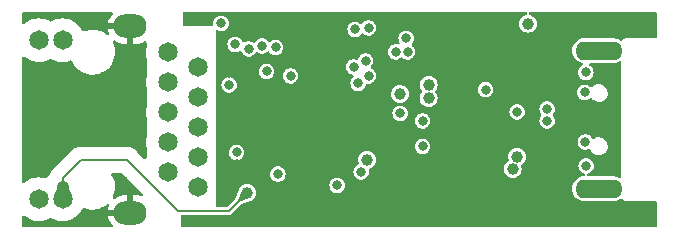
<source format=gbr>
%TF.GenerationSoftware,KiCad,Pcbnew,7.0.9-7.0.9~ubuntu22.04.1*%
%TF.CreationDate,2024-01-19T15:32:02+02:00*%
%TF.ProjectId,USB-GIGABIT_Rev_D,5553422d-4749-4474-9142-49545f526576,rev?*%
%TF.SameCoordinates,PX3473bc0PY4bd12e0*%
%TF.FileFunction,Copper,L2,Inr*%
%TF.FilePolarity,Positive*%
%FSLAX46Y46*%
G04 Gerber Fmt 4.6, Leading zero omitted, Abs format (unit mm)*
G04 Created by KiCad (PCBNEW 7.0.9-7.0.9~ubuntu22.04.1) date 2024-01-19 15:32:02*
%MOMM*%
%LPD*%
G01*
G04 APERTURE LIST*
%TA.AperFunction,ComponentPad*%
%ADD10O,4.000000X1.600000*%
%TD*%
%TA.AperFunction,ComponentPad*%
%ADD11C,1.650000*%
%TD*%
%TA.AperFunction,ComponentPad*%
%ADD12O,2.800000X2.000000*%
%TD*%
%TA.AperFunction,ComponentPad*%
%ADD13C,1.300000*%
%TD*%
%TA.AperFunction,ComponentPad*%
%ADD14C,1.800000*%
%TD*%
%TA.AperFunction,ViaPad*%
%ADD15C,1.000000*%
%TD*%
%TA.AperFunction,ViaPad*%
%ADD16C,0.800000*%
%TD*%
%TA.AperFunction,Conductor*%
%ADD17C,0.152400*%
%TD*%
%TA.AperFunction,Conductor*%
%ADD18C,1.016000*%
%TD*%
G04 APERTURE END LIST*
D10*
X49200000Y3650000D03*
X49200000Y15350000D03*
D11*
X12691500Y15215000D03*
X15231500Y13945000D03*
X12691500Y12675000D03*
X15231500Y11405000D03*
X12691500Y10135000D03*
X15231500Y8865000D03*
X12691500Y7595000D03*
X15231500Y6325000D03*
X12691500Y5055000D03*
X15231500Y3785000D03*
X3801500Y16231000D03*
X1769500Y16231000D03*
X3801500Y2769000D03*
X1769500Y2769000D03*
D12*
X9541500Y17400000D03*
X9541500Y1600000D03*
D13*
X27465988Y10694500D03*
X24265988Y10694500D03*
D14*
X25865988Y9094500D03*
D13*
X27465988Y7494500D03*
X24265988Y7494500D03*
D15*
X50000000Y17500000D03*
X21200000Y2157000D03*
D16*
X17212200Y17651000D03*
D15*
X3801000Y10666000D03*
X1388000Y7618000D03*
X1388000Y10666000D03*
X1388000Y13968000D03*
X6595000Y7872000D03*
X9389000Y10920000D03*
X9389000Y7872000D03*
X8881000Y4189000D03*
D16*
X18406000Y15873000D03*
X22724000Y18159000D03*
X24883000Y3554000D03*
D15*
X40758000Y10539000D03*
X43044000Y14984000D03*
X42155000Y8507000D03*
X43679000Y16381000D03*
X37710000Y17270000D03*
D16*
X25899000Y14476000D03*
X17898000Y13460000D03*
D15*
X40758000Y12825000D03*
X38218000Y13460000D03*
X46854000Y1141000D03*
X44949000Y13206000D03*
X19295000Y1014000D03*
D16*
X21327000Y17778000D03*
X24883000Y4443000D03*
X18533000Y5713000D03*
X20311000Y14603000D03*
X19694500Y9142000D03*
D15*
X48759000Y8761000D03*
D16*
X33265000Y6475000D03*
D15*
X33392000Y12571000D03*
D16*
X31614000Y5078000D03*
X30217000Y16254000D03*
D15*
X22978000Y1014000D03*
X48759000Y10031000D03*
D16*
X34281000Y7237000D03*
X28566000Y17143000D03*
D15*
X29582000Y6104503D03*
X19422000Y3300000D03*
D16*
X21073000Y13587000D03*
D15*
X43195230Y17626770D03*
X32376000Y11682000D03*
D16*
X31995000Y15238000D03*
X39615000Y12044500D03*
X42282000Y10158000D03*
X27042000Y3935000D03*
X29455000Y14476000D03*
D15*
X34789000Y11301000D03*
D16*
X29074000Y5078000D03*
X17898000Y12444000D03*
X18533000Y6729000D03*
D15*
X34789000Y12444000D03*
D16*
X22033476Y4879524D03*
X21835000Y15619000D03*
X33011000Y15238000D03*
X28820000Y12571000D03*
X20692000Y15746000D03*
X23105000Y13206000D03*
X47997000Y11809000D03*
X48098600Y13500000D03*
D15*
X41901000Y5332000D03*
X42282000Y6348000D03*
D16*
X34281000Y9396000D03*
X29709000Y17270000D03*
X32376000Y10031000D03*
X44822000Y10412000D03*
X44822000Y9396000D03*
X48060108Y7618000D03*
X48124000Y5586000D03*
X32884000Y16381000D03*
X29709000Y13206000D03*
X28439000Y13968000D03*
X19549000Y15492000D03*
D17*
X3801500Y3808000D02*
X3801500Y4570500D01*
X3801500Y4570500D02*
X5325000Y6094000D01*
X5325000Y6094000D02*
X9262000Y6094000D01*
X9262000Y6094000D02*
X13580000Y1776000D01*
X13580000Y1776000D02*
X17898000Y1776000D01*
X17898000Y1776000D02*
X19422000Y3300000D01*
D18*
X3801500Y2769000D02*
X3801500Y3808000D01*
%TA.AperFunction,Conductor*%
G36*
X43082825Y18598498D02*
G01*
X43129318Y18544842D01*
X43139422Y18474568D01*
X43109928Y18409988D01*
X43050202Y18371604D01*
X43028820Y18367294D01*
X43026276Y18367007D01*
X43026273Y18367007D01*
X43026273Y18367006D01*
X42865792Y18310852D01*
X42865790Y18310851D01*
X42721830Y18220395D01*
X42721827Y18220393D01*
X42601607Y18100173D01*
X42601605Y18100170D01*
X42511149Y17956210D01*
X42511148Y17956208D01*
X42486743Y17886461D01*
X42454993Y17795724D01*
X42435956Y17626770D01*
X42454993Y17457816D01*
X42469789Y17415531D01*
X42511148Y17297333D01*
X42511149Y17297331D01*
X42601605Y17153371D01*
X42601607Y17153368D01*
X42721827Y17033148D01*
X42721830Y17033146D01*
X42865793Y16942688D01*
X43026276Y16886533D01*
X43195230Y16867496D01*
X43364184Y16886533D01*
X43524667Y16942688D01*
X43668630Y17033146D01*
X43788854Y17153370D01*
X43879312Y17297333D01*
X43935467Y17457816D01*
X43954504Y17626770D01*
X43935467Y17795724D01*
X43879312Y17956207D01*
X43788854Y18100170D01*
X43788852Y18100173D01*
X43668632Y18220393D01*
X43668629Y18220395D01*
X43524669Y18310851D01*
X43524667Y18310852D01*
X43364184Y18367007D01*
X43361645Y18367294D01*
X43360119Y18367935D01*
X43357286Y18368581D01*
X43357399Y18369078D01*
X43296195Y18394796D01*
X43256002Y18453320D01*
X43253831Y18524284D01*
X43290369Y18585156D01*
X43354018Y18616611D01*
X43375756Y18618500D01*
X53992500Y18618500D01*
X54060621Y18598498D01*
X54107114Y18544842D01*
X54118500Y18492500D01*
X54118500Y16507500D01*
X54098498Y16439379D01*
X54044842Y16392886D01*
X53992500Y16381500D01*
X51518390Y16381500D01*
X51513185Y16381715D01*
X51494057Y16383300D01*
X51468060Y16385454D01*
X51468059Y16385454D01*
X51424155Y16374337D01*
X51419065Y16373270D01*
X51402772Y16370551D01*
X51374417Y16365819D01*
X51374407Y16365816D01*
X51374043Y16365618D01*
X51345044Y16354303D01*
X51344636Y16354200D01*
X51306726Y16329434D01*
X51302254Y16326769D01*
X51262438Y16305221D01*
X51262433Y16305217D01*
X51262152Y16304911D01*
X51238398Y16284793D01*
X51238051Y16284567D01*
X51238044Y16284561D01*
X51210232Y16248828D01*
X51206867Y16244856D01*
X51186340Y16222556D01*
X51125488Y16185984D01*
X51054523Y16188117D01*
X51013707Y16210491D01*
X50988683Y16231027D01*
X50988681Y16231028D01*
X50988680Y16231029D01*
X50805492Y16328945D01*
X50684596Y16365618D01*
X50606718Y16389242D01*
X50606717Y16389243D01*
X50606711Y16389244D01*
X50451807Y16404500D01*
X50451801Y16404500D01*
X47948199Y16404500D01*
X47948192Y16404500D01*
X47793288Y16389244D01*
X47594507Y16328945D01*
X47411313Y16231026D01*
X47411313Y16231025D01*
X47250747Y16099253D01*
X47118975Y15938687D01*
X47118974Y15938687D01*
X47021055Y15755493D01*
X46960756Y15556712D01*
X46940398Y15350004D01*
X46940398Y15349997D01*
X46960756Y15143289D01*
X46960757Y15143283D01*
X46960758Y15143282D01*
X46976466Y15091500D01*
X47021055Y14944508D01*
X47118974Y14761314D01*
X47250747Y14600748D01*
X47411313Y14468976D01*
X47411313Y14468975D01*
X47453216Y14446578D01*
X47594508Y14371055D01*
X47778983Y14315096D01*
X47838363Y14276182D01*
X47867278Y14211341D01*
X47856548Y14141160D01*
X47809579Y14087921D01*
X47800962Y14082955D01*
X47724071Y14042600D01*
X47724069Y14042598D01*
X47605101Y13937200D01*
X47514815Y13806399D01*
X47514812Y13806393D01*
X47458449Y13657780D01*
X47439293Y13500004D01*
X47439293Y13499997D01*
X47458449Y13342221D01*
X47514812Y13193608D01*
X47514815Y13193602D01*
X47521279Y13184237D01*
X47605102Y13062799D01*
X47724071Y12957401D01*
X47724072Y12957401D01*
X47724074Y12957399D01*
X47771514Y12932501D01*
X47864807Y12883537D01*
X48019129Y12845500D01*
X48019130Y12845500D01*
X48178070Y12845500D01*
X48178071Y12845500D01*
X48332393Y12883537D01*
X48473129Y12957401D01*
X48592098Y13062799D01*
X48682387Y13193605D01*
X48738749Y13342218D01*
X48738749Y13342219D01*
X48738750Y13342221D01*
X48757907Y13499997D01*
X48757907Y13500004D01*
X48738750Y13657780D01*
X48725138Y13693669D01*
X48682387Y13806395D01*
X48592098Y13937201D01*
X48473129Y14042599D01*
X48473128Y14042600D01*
X48473125Y14042602D01*
X48443913Y14057933D01*
X48392890Y14107301D01*
X48376658Y14176417D01*
X48400370Y14243337D01*
X48456497Y14286814D01*
X48502468Y14295500D01*
X50451792Y14295500D01*
X50451801Y14295500D01*
X50539859Y14304174D01*
X50606711Y14310757D01*
X50606712Y14310758D01*
X50606718Y14310758D01*
X50805492Y14371055D01*
X50933106Y14439267D01*
X51002609Y14453738D01*
X51068906Y14428335D01*
X51110944Y14371122D01*
X51118500Y14328144D01*
X51118500Y4671857D01*
X51098498Y4603736D01*
X51044842Y4557243D01*
X50974568Y4547139D01*
X50933104Y4560735D01*
X50805492Y4628945D01*
X50664029Y4671857D01*
X50606718Y4689242D01*
X50606717Y4689243D01*
X50606711Y4689244D01*
X50451807Y4704500D01*
X50451801Y4704500D01*
X48320201Y4704500D01*
X48252080Y4724502D01*
X48205587Y4778158D01*
X48195483Y4848432D01*
X48224977Y4913012D01*
X48284703Y4951396D01*
X48290047Y4952839D01*
X48297522Y4954682D01*
X48357793Y4969537D01*
X48498529Y5043401D01*
X48617498Y5148799D01*
X48707787Y5279605D01*
X48764149Y5428218D01*
X48764149Y5428219D01*
X48764150Y5428221D01*
X48783307Y5585997D01*
X48783307Y5586004D01*
X48764150Y5743780D01*
X48729477Y5835204D01*
X48707787Y5892395D01*
X48617498Y6023201D01*
X48498529Y6128599D01*
X48498528Y6128600D01*
X48498525Y6128602D01*
X48357797Y6202461D01*
X48357795Y6202462D01*
X48357793Y6202463D01*
X48357791Y6202464D01*
X48357790Y6202464D01*
X48203472Y6240500D01*
X48203471Y6240500D01*
X48044529Y6240500D01*
X48044527Y6240500D01*
X47890209Y6202464D01*
X47890202Y6202461D01*
X47749474Y6128602D01*
X47749469Y6128598D01*
X47630501Y6023200D01*
X47540215Y5892399D01*
X47540212Y5892393D01*
X47483849Y5743780D01*
X47464693Y5586004D01*
X47464693Y5585997D01*
X47483849Y5428221D01*
X47511610Y5355024D01*
X47540213Y5279605D01*
X47630502Y5148799D01*
X47749471Y5043401D01*
X47749472Y5043401D01*
X47749474Y5043399D01*
X47813304Y5009899D01*
X47890207Y4969537D01*
X47962011Y4951839D01*
X48023365Y4916116D01*
X48055666Y4852893D01*
X48048659Y4782243D01*
X48004568Y4726597D01*
X47944207Y4704107D01*
X47793288Y4689244D01*
X47594507Y4628945D01*
X47411313Y4531026D01*
X47411313Y4531025D01*
X47250747Y4399253D01*
X47118975Y4238687D01*
X47118974Y4238687D01*
X47021055Y4055493D01*
X46960756Y3856712D01*
X46940398Y3650004D01*
X46940398Y3649997D01*
X46960756Y3443289D01*
X46960757Y3443283D01*
X46960758Y3443282D01*
X46981489Y3374940D01*
X47021055Y3244508D01*
X47118974Y3061314D01*
X47250747Y2900748D01*
X47411313Y2768976D01*
X47411313Y2768975D01*
X47432523Y2757638D01*
X47594508Y2671055D01*
X47793282Y2610758D01*
X47793286Y2610758D01*
X47793288Y2610757D01*
X47881340Y2602085D01*
X47948199Y2595500D01*
X47948208Y2595500D01*
X50451792Y2595500D01*
X50451801Y2595500D01*
X50539859Y2604174D01*
X50606711Y2610757D01*
X50606712Y2610758D01*
X50606718Y2610758D01*
X50805492Y2671055D01*
X50988683Y2768973D01*
X51011393Y2787612D01*
X51076740Y2815366D01*
X51146718Y2803385D01*
X51190762Y2767601D01*
X51194781Y2762437D01*
X51195070Y2762171D01*
X51215220Y2738380D01*
X51215438Y2738046D01*
X51215439Y2738045D01*
X51215440Y2738044D01*
X51251166Y2710238D01*
X51255141Y2706871D01*
X51280098Y2683897D01*
X51288454Y2676205D01*
X51288826Y2676042D01*
X51315594Y2660092D01*
X51315915Y2659842D01*
X51315918Y2659841D01*
X51358735Y2645142D01*
X51363573Y2643255D01*
X51405052Y2625060D01*
X51405292Y2625041D01*
X51405449Y2625027D01*
X51435962Y2618629D01*
X51436185Y2618553D01*
X51436339Y2618500D01*
X51481610Y2618500D01*
X51486815Y2618285D01*
X51489407Y2618071D01*
X51531940Y2614546D01*
X51532327Y2614644D01*
X51563258Y2618500D01*
X53992500Y2618500D01*
X54060621Y2598498D01*
X54107114Y2544842D01*
X54118500Y2492500D01*
X54118500Y507500D01*
X54098498Y439379D01*
X54044842Y392886D01*
X53992500Y381500D01*
X13960000Y381500D01*
X13891879Y401502D01*
X13845386Y455158D01*
X13834000Y507500D01*
X13834000Y1319300D01*
X13854002Y1387421D01*
X13907658Y1433914D01*
X13960000Y1445300D01*
X17880801Y1445300D01*
X17886293Y1445060D01*
X17904177Y1443496D01*
X17927267Y1441476D01*
X17967010Y1452127D01*
X17972331Y1453306D01*
X18012851Y1460449D01*
X18012857Y1460453D01*
X18017995Y1462322D01*
X18034956Y1469348D01*
X18039912Y1471659D01*
X18039911Y1471659D01*
X18039916Y1471660D01*
X18073618Y1495260D01*
X18078229Y1498197D01*
X18113849Y1518761D01*
X18140301Y1550287D01*
X18143983Y1554305D01*
X18879638Y2289960D01*
X18926672Y2319636D01*
X19691389Y2590409D01*
X19694948Y2591769D01*
X19701163Y2594237D01*
X19707008Y2597299D01*
X19707090Y2597143D01*
X19729101Y2608103D01*
X19751437Y2615918D01*
X19895400Y2706376D01*
X20015624Y2826600D01*
X20106082Y2970563D01*
X20162237Y3131046D01*
X20181274Y3300000D01*
X20162237Y3468954D01*
X20106082Y3629437D01*
X20015624Y3773400D01*
X20015622Y3773403D01*
X19895402Y3893623D01*
X19895399Y3893625D01*
X19829556Y3934997D01*
X26382693Y3934997D01*
X26401849Y3777221D01*
X26433656Y3693356D01*
X26458213Y3628605D01*
X26548502Y3497799D01*
X26667471Y3392401D01*
X26667472Y3392401D01*
X26667474Y3392399D01*
X26680707Y3385454D01*
X26808207Y3318537D01*
X26962529Y3280500D01*
X26962530Y3280500D01*
X27121470Y3280500D01*
X27121471Y3280500D01*
X27275793Y3318537D01*
X27416529Y3392401D01*
X27535498Y3497799D01*
X27625787Y3628605D01*
X27682149Y3777218D01*
X27682149Y3777219D01*
X27682150Y3777221D01*
X27701307Y3934997D01*
X27701307Y3935004D01*
X27682150Y4092780D01*
X27654626Y4165353D01*
X27625787Y4241395D01*
X27535498Y4372201D01*
X27416529Y4477599D01*
X27416528Y4477600D01*
X27416525Y4477602D01*
X27275797Y4551461D01*
X27275795Y4551462D01*
X27275793Y4551463D01*
X27275791Y4551464D01*
X27275790Y4551464D01*
X27121472Y4589500D01*
X27121471Y4589500D01*
X26962529Y4589500D01*
X26962527Y4589500D01*
X26808209Y4551464D01*
X26808202Y4551461D01*
X26667474Y4477602D01*
X26667469Y4477598D01*
X26548501Y4372200D01*
X26458215Y4241399D01*
X26458212Y4241393D01*
X26401849Y4092780D01*
X26382693Y3935004D01*
X26382693Y3934997D01*
X19829556Y3934997D01*
X19751439Y3984081D01*
X19751437Y3984082D01*
X19590954Y4040237D01*
X19422000Y4059274D01*
X19253046Y4040237D01*
X19253043Y4040237D01*
X19253043Y4040236D01*
X19092562Y3984082D01*
X19092560Y3984081D01*
X18948600Y3893625D01*
X18948597Y3893623D01*
X18828377Y3773403D01*
X18828375Y3773400D01*
X18737917Y3629438D01*
X18737917Y3629437D01*
X18726464Y3596707D01*
X18715828Y3573914D01*
X18711337Y3566366D01*
X18711334Y3566358D01*
X18441634Y2804677D01*
X18411956Y2757638D01*
X17797925Y2143605D01*
X17735612Y2109580D01*
X17708829Y2106700D01*
X16881000Y2106700D01*
X16812879Y2126702D01*
X16766386Y2180358D01*
X16755000Y2232700D01*
X16755000Y4879521D01*
X21374169Y4879521D01*
X21393325Y4721745D01*
X21432186Y4619280D01*
X21449689Y4573129D01*
X21539978Y4442323D01*
X21658947Y4336925D01*
X21658948Y4336925D01*
X21658950Y4336923D01*
X21697926Y4316467D01*
X21799683Y4263061D01*
X21954005Y4225024D01*
X21954006Y4225024D01*
X22112946Y4225024D01*
X22112947Y4225024D01*
X22267269Y4263061D01*
X22408005Y4336925D01*
X22526974Y4442323D01*
X22617263Y4573129D01*
X22673625Y4721742D01*
X22673625Y4721743D01*
X22673626Y4721745D01*
X22692783Y4879521D01*
X22692783Y4879528D01*
X22673626Y5037304D01*
X22658193Y5077997D01*
X28414693Y5077997D01*
X28433849Y4920221D01*
X28482447Y4792081D01*
X28490213Y4771605D01*
X28580502Y4640799D01*
X28699471Y4535401D01*
X28699472Y4535401D01*
X28699474Y4535399D01*
X28709226Y4530281D01*
X28840207Y4461537D01*
X28994529Y4423500D01*
X28994530Y4423500D01*
X29153470Y4423500D01*
X29153471Y4423500D01*
X29307793Y4461537D01*
X29448529Y4535401D01*
X29567498Y4640799D01*
X29657787Y4771605D01*
X29714149Y4920218D01*
X29714149Y4920219D01*
X29714150Y4920221D01*
X29733307Y5077997D01*
X29733307Y5078004D01*
X29713231Y5243349D01*
X29715893Y5243673D01*
X29718457Y5301902D01*
X29739726Y5332000D01*
X41141726Y5332000D01*
X41160763Y5163046D01*
X41185673Y5091857D01*
X41216918Y5002563D01*
X41216919Y5002561D01*
X41307375Y4858601D01*
X41307377Y4858598D01*
X41427597Y4738378D01*
X41427600Y4738376D01*
X41571563Y4647918D01*
X41732046Y4591763D01*
X41901000Y4572726D01*
X42069954Y4591763D01*
X42230437Y4647918D01*
X42374400Y4738376D01*
X42494624Y4858600D01*
X42585082Y5002563D01*
X42641237Y5163046D01*
X42660274Y5332000D01*
X42641237Y5500954D01*
X42622306Y5555054D01*
X42618688Y5625957D01*
X42653977Y5687563D01*
X42674196Y5703353D01*
X42755400Y5754376D01*
X42875624Y5874600D01*
X42966082Y6018563D01*
X43022237Y6179046D01*
X43041274Y6348000D01*
X43022237Y6516954D01*
X42966082Y6677437D01*
X42875624Y6821400D01*
X42875622Y6821403D01*
X42755402Y6941623D01*
X42755399Y6941625D01*
X42611439Y7032081D01*
X42611437Y7032082D01*
X42601957Y7035399D01*
X42450954Y7088237D01*
X42282000Y7107274D01*
X42113046Y7088237D01*
X42113043Y7088237D01*
X42113043Y7088236D01*
X41952562Y7032082D01*
X41952560Y7032081D01*
X41808600Y6941625D01*
X41808597Y6941623D01*
X41688377Y6821403D01*
X41688375Y6821400D01*
X41597919Y6677440D01*
X41597918Y6677438D01*
X41549813Y6539961D01*
X41541763Y6516954D01*
X41531133Y6422608D01*
X41522726Y6348000D01*
X41541763Y6179046D01*
X41560693Y6124947D01*
X41564311Y6054042D01*
X41529021Y5992438D01*
X41508800Y5976646D01*
X41427596Y5925622D01*
X41307377Y5805403D01*
X41307375Y5805400D01*
X41216919Y5661440D01*
X41216918Y5661438D01*
X41168797Y5523913D01*
X41160763Y5500954D01*
X41141726Y5332000D01*
X29739726Y5332000D01*
X29759430Y5359882D01*
X29796053Y5380047D01*
X29911437Y5420421D01*
X30055400Y5510879D01*
X30175624Y5631103D01*
X30266082Y5775066D01*
X30322237Y5935549D01*
X30341274Y6104503D01*
X30322237Y6273457D01*
X30266082Y6433940D01*
X30175624Y6577903D01*
X30175622Y6577906D01*
X30055402Y6698126D01*
X30055399Y6698128D01*
X29911439Y6788584D01*
X29911437Y6788585D01*
X29817656Y6821400D01*
X29750954Y6844740D01*
X29582000Y6863777D01*
X29413046Y6844740D01*
X29413043Y6844740D01*
X29413043Y6844739D01*
X29252562Y6788585D01*
X29252560Y6788584D01*
X29108600Y6698128D01*
X29108597Y6698126D01*
X28988377Y6577906D01*
X28988375Y6577903D01*
X28897919Y6433943D01*
X28897918Y6433941D01*
X28848182Y6291801D01*
X28841763Y6273457D01*
X28822726Y6104503D01*
X28841763Y5935549D01*
X28863090Y5874600D01*
X28876875Y5835204D01*
X28880494Y5764300D01*
X28845205Y5702694D01*
X28816502Y5682022D01*
X28699471Y5620600D01*
X28699469Y5620598D01*
X28580501Y5515200D01*
X28490215Y5384399D01*
X28490212Y5384393D01*
X28433849Y5235780D01*
X28414693Y5078004D01*
X28414693Y5077997D01*
X22658193Y5077997D01*
X22635607Y5137550D01*
X22617263Y5185919D01*
X22526974Y5316725D01*
X22408005Y5422123D01*
X22408004Y5422124D01*
X22408001Y5422126D01*
X22267273Y5495985D01*
X22267271Y5495986D01*
X22267269Y5495987D01*
X22267267Y5495988D01*
X22267266Y5495988D01*
X22112948Y5534024D01*
X22112947Y5534024D01*
X21954005Y5534024D01*
X21954003Y5534024D01*
X21799685Y5495988D01*
X21799678Y5495985D01*
X21658950Y5422126D01*
X21658945Y5422122D01*
X21539977Y5316724D01*
X21449691Y5185923D01*
X21449688Y5185917D01*
X21393325Y5037304D01*
X21374169Y4879528D01*
X21374169Y4879521D01*
X16755000Y4879521D01*
X16755000Y6728997D01*
X17873693Y6728997D01*
X17892849Y6571221D01*
X17914263Y6514759D01*
X17949213Y6422605D01*
X18039502Y6291799D01*
X18158471Y6186401D01*
X18158472Y6186401D01*
X18158474Y6186399D01*
X18233200Y6147180D01*
X18299207Y6112537D01*
X18453529Y6074500D01*
X18453530Y6074500D01*
X18612470Y6074500D01*
X18612471Y6074500D01*
X18766793Y6112537D01*
X18907529Y6186401D01*
X19026498Y6291799D01*
X19116787Y6422605D01*
X19173149Y6571218D01*
X19173149Y6571219D01*
X19173150Y6571221D01*
X19192307Y6728997D01*
X19192307Y6729004D01*
X19173150Y6886780D01*
X19152350Y6941624D01*
X19116787Y7035395D01*
X19026498Y7166201D01*
X18946586Y7236997D01*
X33621693Y7236997D01*
X33640849Y7079221D01*
X33684737Y6963501D01*
X33697213Y6930605D01*
X33787502Y6799799D01*
X33906471Y6694401D01*
X33906472Y6694401D01*
X33906474Y6694399D01*
X33981200Y6655180D01*
X34047207Y6620537D01*
X34201529Y6582500D01*
X34201530Y6582500D01*
X34360470Y6582500D01*
X34360471Y6582500D01*
X34514793Y6620537D01*
X34655529Y6694401D01*
X34774498Y6799799D01*
X34864787Y6930605D01*
X34921149Y7079218D01*
X34921149Y7079219D01*
X34921150Y7079221D01*
X34940307Y7236997D01*
X34940307Y7237004D01*
X34921150Y7394780D01*
X34896331Y7460221D01*
X34864787Y7543395D01*
X34813293Y7617997D01*
X47400801Y7617997D01*
X47419957Y7460221D01*
X47463480Y7345464D01*
X47476321Y7311605D01*
X47566610Y7180799D01*
X47685579Y7075401D01*
X47685580Y7075401D01*
X47685582Y7075399D01*
X47760308Y7036180D01*
X47826315Y7001537D01*
X47980637Y6963500D01*
X47980638Y6963500D01*
X48139578Y6963500D01*
X48139579Y6963500D01*
X48293901Y7001537D01*
X48333266Y7022198D01*
X48402877Y7036145D01*
X48468980Y7010243D01*
X48507516Y6960537D01*
X48545623Y6872195D01*
X48545623Y6872194D01*
X48650387Y6731473D01*
X48650389Y6731472D01*
X48650390Y6731470D01*
X48690125Y6698128D01*
X48784784Y6618699D01*
X48784786Y6618698D01*
X48941567Y6539960D01*
X49112279Y6499500D01*
X49112281Y6499500D01*
X49243712Y6499500D01*
X49341618Y6510945D01*
X49374255Y6514759D01*
X49539117Y6574763D01*
X49685696Y6671170D01*
X49806092Y6798782D01*
X49893812Y6950719D01*
X49944130Y7118790D01*
X49954331Y7293935D01*
X49923865Y7466711D01*
X49854377Y7627804D01*
X49854376Y7627805D01*
X49854375Y7627808D01*
X49749612Y7768528D01*
X49736419Y7779598D01*
X49708530Y7803000D01*
X49615215Y7881302D01*
X49458434Y7960040D01*
X49401529Y7973527D01*
X49287721Y8000500D01*
X49156291Y8000500D01*
X49156288Y8000500D01*
X49025745Y7985242D01*
X49025743Y7985241D01*
X48860887Y7925239D01*
X48860880Y7925236D01*
X48814188Y7894525D01*
X48746282Y7873804D01*
X48677954Y7893085D01*
X48641254Y7928221D01*
X48553607Y8055200D01*
X48434638Y8160598D01*
X48434633Y8160602D01*
X48293905Y8234461D01*
X48293903Y8234462D01*
X48293901Y8234463D01*
X48293899Y8234464D01*
X48293898Y8234464D01*
X48139580Y8272500D01*
X48139579Y8272500D01*
X47980637Y8272500D01*
X47980635Y8272500D01*
X47826317Y8234464D01*
X47826310Y8234461D01*
X47685582Y8160602D01*
X47685577Y8160598D01*
X47566609Y8055200D01*
X47476323Y7924399D01*
X47476320Y7924393D01*
X47419957Y7775780D01*
X47400801Y7618004D01*
X47400801Y7617997D01*
X34813293Y7617997D01*
X34774498Y7674201D01*
X34655529Y7779599D01*
X34655528Y7779600D01*
X34655525Y7779602D01*
X34514797Y7853461D01*
X34514795Y7853462D01*
X34514793Y7853463D01*
X34514791Y7853464D01*
X34514790Y7853464D01*
X34360472Y7891500D01*
X34360471Y7891500D01*
X34201529Y7891500D01*
X34201527Y7891500D01*
X34047209Y7853464D01*
X34047202Y7853461D01*
X33906474Y7779602D01*
X33906469Y7779598D01*
X33787501Y7674200D01*
X33697215Y7543399D01*
X33697212Y7543393D01*
X33640849Y7394780D01*
X33621693Y7237004D01*
X33621693Y7236997D01*
X18946586Y7236997D01*
X18907529Y7271599D01*
X18907528Y7271600D01*
X18907525Y7271602D01*
X18766797Y7345461D01*
X18766795Y7345462D01*
X18766793Y7345463D01*
X18766791Y7345464D01*
X18766790Y7345464D01*
X18612472Y7383500D01*
X18612471Y7383500D01*
X18453529Y7383500D01*
X18453527Y7383500D01*
X18299209Y7345464D01*
X18299202Y7345461D01*
X18158474Y7271602D01*
X18158469Y7271598D01*
X18039501Y7166200D01*
X17949215Y7035399D01*
X17949212Y7035393D01*
X17892849Y6886780D01*
X17873693Y6729004D01*
X17873693Y6728997D01*
X16755000Y6728997D01*
X16755000Y10030997D01*
X31716693Y10030997D01*
X31735849Y9873221D01*
X31751322Y9832424D01*
X31792213Y9724605D01*
X31882502Y9593799D01*
X32001471Y9488401D01*
X32001472Y9488401D01*
X32001474Y9488399D01*
X32076200Y9449180D01*
X32142207Y9414537D01*
X32296529Y9376500D01*
X32296530Y9376500D01*
X32455470Y9376500D01*
X32455471Y9376500D01*
X32534573Y9395997D01*
X33621693Y9395997D01*
X33640849Y9238221D01*
X33689447Y9110081D01*
X33697213Y9089605D01*
X33787502Y8958799D01*
X33906471Y8853401D01*
X33906472Y8853401D01*
X33906474Y8853399D01*
X33981200Y8814180D01*
X34047207Y8779537D01*
X34201529Y8741500D01*
X34201530Y8741500D01*
X34360470Y8741500D01*
X34360471Y8741500D01*
X34514793Y8779537D01*
X34655529Y8853401D01*
X34774498Y8958799D01*
X34864787Y9089605D01*
X34921149Y9238218D01*
X34921149Y9238219D01*
X34921150Y9238221D01*
X34940307Y9395997D01*
X44162693Y9395997D01*
X44181849Y9238221D01*
X44230447Y9110081D01*
X44238213Y9089605D01*
X44328502Y8958799D01*
X44447471Y8853401D01*
X44447472Y8853401D01*
X44447474Y8853399D01*
X44522200Y8814180D01*
X44588207Y8779537D01*
X44742529Y8741500D01*
X44742530Y8741500D01*
X44901470Y8741500D01*
X44901471Y8741500D01*
X45055793Y8779537D01*
X45196529Y8853401D01*
X45315498Y8958799D01*
X45405787Y9089605D01*
X45462149Y9238218D01*
X45462149Y9238219D01*
X45462150Y9238221D01*
X45481307Y9395997D01*
X45481307Y9396004D01*
X45462150Y9553780D01*
X45446972Y9593801D01*
X45405787Y9702395D01*
X45316033Y9832425D01*
X45293798Y9899848D01*
X45311545Y9968591D01*
X45316034Y9975576D01*
X45333043Y10000218D01*
X45405787Y10105605D01*
X45462149Y10254218D01*
X45462149Y10254219D01*
X45462150Y10254221D01*
X45481307Y10411997D01*
X45481307Y10412004D01*
X45462150Y10569780D01*
X45448538Y10605669D01*
X45405787Y10718395D01*
X45315498Y10849201D01*
X45196529Y10954599D01*
X45196528Y10954600D01*
X45196525Y10954602D01*
X45055797Y11028461D01*
X45055795Y11028462D01*
X45055793Y11028463D01*
X45055791Y11028464D01*
X45055790Y11028464D01*
X44901472Y11066500D01*
X44901471Y11066500D01*
X44742529Y11066500D01*
X44742527Y11066500D01*
X44588209Y11028464D01*
X44588202Y11028461D01*
X44447474Y10954602D01*
X44447469Y10954598D01*
X44328501Y10849200D01*
X44238215Y10718399D01*
X44238212Y10718393D01*
X44181849Y10569780D01*
X44162693Y10412004D01*
X44162693Y10411997D01*
X44181849Y10254221D01*
X44238212Y10105608D01*
X44238215Y10105602D01*
X44327965Y9975576D01*
X44350201Y9908151D01*
X44332454Y9839408D01*
X44327965Y9832424D01*
X44238215Y9702399D01*
X44238212Y9702393D01*
X44181849Y9553780D01*
X44162693Y9396004D01*
X44162693Y9395997D01*
X34940307Y9395997D01*
X34940307Y9396004D01*
X34921150Y9553780D01*
X34905972Y9593801D01*
X34864787Y9702395D01*
X34774498Y9833201D01*
X34655529Y9938599D01*
X34655528Y9938600D01*
X34655525Y9938602D01*
X34514797Y10012461D01*
X34514795Y10012462D01*
X34514793Y10012463D01*
X34514791Y10012464D01*
X34514790Y10012464D01*
X34360472Y10050500D01*
X34360471Y10050500D01*
X34201529Y10050500D01*
X34201527Y10050500D01*
X34047209Y10012464D01*
X34047202Y10012461D01*
X33906474Y9938602D01*
X33906469Y9938598D01*
X33787501Y9833200D01*
X33697215Y9702399D01*
X33697212Y9702393D01*
X33640849Y9553780D01*
X33621693Y9396004D01*
X33621693Y9395997D01*
X32534573Y9395997D01*
X32609793Y9414537D01*
X32750529Y9488401D01*
X32869498Y9593799D01*
X32959787Y9724605D01*
X33016149Y9873218D01*
X33016149Y9873219D01*
X33016150Y9873221D01*
X33035307Y10030997D01*
X33035307Y10031004D01*
X33019888Y10157997D01*
X41622693Y10157997D01*
X41641849Y10000221D01*
X41690015Y9873221D01*
X41698213Y9851605D01*
X41788502Y9720799D01*
X41907471Y9615401D01*
X41907472Y9615401D01*
X41907474Y9615399D01*
X41948626Y9593801D01*
X42048207Y9541537D01*
X42202529Y9503500D01*
X42202530Y9503500D01*
X42361470Y9503500D01*
X42361471Y9503500D01*
X42515793Y9541537D01*
X42656529Y9615401D01*
X42775498Y9720799D01*
X42865787Y9851605D01*
X42922149Y10000218D01*
X42922149Y10000219D01*
X42922150Y10000221D01*
X42941307Y10157997D01*
X42941307Y10158004D01*
X42922150Y10315780D01*
X42885656Y10412004D01*
X42865787Y10464395D01*
X42775498Y10595201D01*
X42656529Y10700599D01*
X42656528Y10700600D01*
X42656525Y10700602D01*
X42515797Y10774461D01*
X42515795Y10774462D01*
X42515793Y10774463D01*
X42515791Y10774464D01*
X42515790Y10774464D01*
X42361472Y10812500D01*
X42361471Y10812500D01*
X42202529Y10812500D01*
X42202527Y10812500D01*
X42048209Y10774464D01*
X42048202Y10774461D01*
X41907474Y10700602D01*
X41907469Y10700598D01*
X41788501Y10595200D01*
X41698215Y10464399D01*
X41698212Y10464393D01*
X41641849Y10315780D01*
X41622693Y10158004D01*
X41622693Y10157997D01*
X33019888Y10157997D01*
X33016150Y10188780D01*
X32991331Y10254221D01*
X32959787Y10337395D01*
X32869498Y10468201D01*
X32750529Y10573599D01*
X32750528Y10573600D01*
X32750525Y10573602D01*
X32609797Y10647461D01*
X32609795Y10647462D01*
X32609793Y10647463D01*
X32609791Y10647464D01*
X32609790Y10647464D01*
X32454240Y10685804D01*
X32392885Y10721528D01*
X32376209Y10754168D01*
X32352992Y10715488D01*
X32297759Y10685804D01*
X32142209Y10647464D01*
X32142202Y10647461D01*
X32001474Y10573602D01*
X32001469Y10573598D01*
X31882501Y10468200D01*
X31792215Y10337399D01*
X31792212Y10337393D01*
X31735849Y10188780D01*
X31716693Y10031004D01*
X31716693Y10030997D01*
X16755000Y10030997D01*
X16755000Y11682000D01*
X31616726Y11682000D01*
X31635763Y11513046D01*
X31665508Y11428040D01*
X31691918Y11352563D01*
X31691919Y11352561D01*
X31782375Y11208601D01*
X31782377Y11208598D01*
X31902597Y11088378D01*
X31902600Y11088376D01*
X32046563Y10997918D01*
X32207046Y10941763D01*
X32281715Y10933350D01*
X32347165Y10905847D01*
X32375208Y10865014D01*
X32411684Y10911047D01*
X32470282Y10933350D01*
X32544954Y10941763D01*
X32705437Y10997918D01*
X32849400Y11088376D01*
X32969624Y11208600D01*
X33027683Y11301000D01*
X34029726Y11301000D01*
X34048763Y11132046D01*
X34095695Y10997920D01*
X34104918Y10971563D01*
X34104919Y10971561D01*
X34195375Y10827601D01*
X34195377Y10827598D01*
X34315597Y10707378D01*
X34315600Y10707376D01*
X34459563Y10616918D01*
X34620046Y10560763D01*
X34789000Y10541726D01*
X34957954Y10560763D01*
X35118437Y10616918D01*
X35262400Y10707376D01*
X35382624Y10827600D01*
X35473082Y10971563D01*
X35529237Y11132046D01*
X35548274Y11301000D01*
X35529237Y11469954D01*
X35473082Y11630437D01*
X35382624Y11774400D01*
X35373620Y11783404D01*
X35339594Y11845712D01*
X35344657Y11916528D01*
X35373620Y11961597D01*
X35382624Y11970600D01*
X35429057Y12044497D01*
X38955693Y12044497D01*
X38974849Y11886721D01*
X39004327Y11808997D01*
X39031213Y11738105D01*
X39121502Y11607299D01*
X39240471Y11501901D01*
X39240472Y11501901D01*
X39240474Y11501899D01*
X39301335Y11469957D01*
X39381207Y11428037D01*
X39535529Y11390000D01*
X39535530Y11390000D01*
X39694470Y11390000D01*
X39694471Y11390000D01*
X39848793Y11428037D01*
X39989529Y11501901D01*
X40108498Y11607299D01*
X40198787Y11738105D01*
X40225673Y11808997D01*
X47337693Y11808997D01*
X47356849Y11651221D01*
X47413212Y11502608D01*
X47413215Y11502602D01*
X47413699Y11501901D01*
X47503502Y11371799D01*
X47622471Y11266401D01*
X47622472Y11266401D01*
X47622474Y11266399D01*
X47689023Y11231472D01*
X47763207Y11192537D01*
X47917529Y11154500D01*
X47917530Y11154500D01*
X48076470Y11154500D01*
X48076471Y11154500D01*
X48230793Y11192537D01*
X48371529Y11266401D01*
X48421199Y11310405D01*
X48485451Y11340607D01*
X48555832Y11331276D01*
X48605820Y11291337D01*
X48624381Y11266406D01*
X48650390Y11231470D01*
X48722253Y11171170D01*
X48784784Y11118699D01*
X48784786Y11118698D01*
X48941567Y11039960D01*
X49112279Y10999500D01*
X49112281Y10999500D01*
X49243712Y10999500D01*
X49341618Y11010945D01*
X49374255Y11014759D01*
X49539117Y11074763D01*
X49685696Y11171170D01*
X49806092Y11298782D01*
X49893812Y11450719D01*
X49944130Y11618790D01*
X49953193Y11774403D01*
X49954331Y11793932D01*
X49954330Y11793933D01*
X49954331Y11793935D01*
X49923865Y11966711D01*
X49854377Y12127804D01*
X49854376Y12127805D01*
X49854375Y12127808D01*
X49749612Y12268528D01*
X49741844Y12275046D01*
X49712357Y12299789D01*
X49615215Y12381302D01*
X49458434Y12460040D01*
X49367039Y12481701D01*
X49287721Y12500500D01*
X49156291Y12500500D01*
X49156288Y12500500D01*
X49025745Y12485242D01*
X49025743Y12485241D01*
X48860887Y12425239D01*
X48860874Y12425232D01*
X48714308Y12328834D01*
X48653742Y12264639D01*
X48592445Y12228817D01*
X48521512Y12231821D01*
X48478540Y12256795D01*
X48371530Y12351598D01*
X48371525Y12351602D01*
X48230797Y12425461D01*
X48230795Y12425462D01*
X48230793Y12425463D01*
X48230791Y12425464D01*
X48230790Y12425464D01*
X48076472Y12463500D01*
X48076471Y12463500D01*
X47917529Y12463500D01*
X47917527Y12463500D01*
X47763209Y12425464D01*
X47763202Y12425461D01*
X47622474Y12351602D01*
X47622469Y12351598D01*
X47503501Y12246200D01*
X47413215Y12115399D01*
X47413212Y12115393D01*
X47356849Y11966780D01*
X47337693Y11809004D01*
X47337693Y11808997D01*
X40225673Y11808997D01*
X40255149Y11886718D01*
X40255149Y11886719D01*
X40255150Y11886721D01*
X40274307Y12044497D01*
X40274307Y12044504D01*
X40255150Y12202280D01*
X40231513Y12264605D01*
X40198787Y12350895D01*
X40108498Y12481701D01*
X39989529Y12587099D01*
X39989528Y12587100D01*
X39989525Y12587102D01*
X39848797Y12660961D01*
X39848795Y12660962D01*
X39848793Y12660963D01*
X39848791Y12660964D01*
X39848790Y12660964D01*
X39694472Y12699000D01*
X39694471Y12699000D01*
X39535529Y12699000D01*
X39535527Y12699000D01*
X39381209Y12660964D01*
X39381202Y12660961D01*
X39240474Y12587102D01*
X39240469Y12587098D01*
X39121501Y12481700D01*
X39031215Y12350899D01*
X39031212Y12350893D01*
X38974849Y12202280D01*
X38955693Y12044504D01*
X38955693Y12044497D01*
X35429057Y12044497D01*
X35473082Y12114563D01*
X35529237Y12275046D01*
X35548274Y12444000D01*
X35529237Y12612954D01*
X35473082Y12773437D01*
X35382624Y12917400D01*
X35382622Y12917403D01*
X35262402Y13037623D01*
X35262399Y13037625D01*
X35118439Y13128081D01*
X35118437Y13128082D01*
X35038394Y13156090D01*
X34957954Y13184237D01*
X34789000Y13203274D01*
X34620046Y13184237D01*
X34620043Y13184237D01*
X34620043Y13184236D01*
X34459562Y13128082D01*
X34459560Y13128081D01*
X34315600Y13037625D01*
X34315597Y13037623D01*
X34195377Y12917403D01*
X34195375Y12917400D01*
X34104919Y12773440D01*
X34104918Y12773438D01*
X34066416Y12663403D01*
X34048763Y12612954D01*
X34029726Y12444000D01*
X34048763Y12275046D01*
X34058856Y12246201D01*
X34104918Y12114563D01*
X34104919Y12114561D01*
X34195375Y11970601D01*
X34195377Y11970598D01*
X34204380Y11961595D01*
X34238406Y11899283D01*
X34233341Y11828468D01*
X34204380Y11783405D01*
X34195377Y11774403D01*
X34195375Y11774400D01*
X34104919Y11630440D01*
X34104918Y11630438D01*
X34063841Y11513046D01*
X34048763Y11469954D01*
X34029726Y11301000D01*
X33027683Y11301000D01*
X33060082Y11352563D01*
X33116237Y11513046D01*
X33135274Y11682000D01*
X33116237Y11850954D01*
X33060082Y12011437D01*
X32969624Y12155400D01*
X32969622Y12155403D01*
X32849402Y12275623D01*
X32849399Y12275625D01*
X32705439Y12366081D01*
X32705437Y12366082D01*
X32661940Y12381302D01*
X32544954Y12422237D01*
X32376000Y12441274D01*
X32207046Y12422237D01*
X32207043Y12422237D01*
X32207043Y12422236D01*
X32046562Y12366082D01*
X32046560Y12366081D01*
X31902600Y12275625D01*
X31902597Y12275623D01*
X31782377Y12155403D01*
X31782375Y12155400D01*
X31691919Y12011440D01*
X31691918Y12011438D01*
X31672009Y11954540D01*
X31635763Y11850954D01*
X31616726Y11682000D01*
X16755000Y11682000D01*
X16755000Y12443997D01*
X17238693Y12443997D01*
X17257849Y12286221D01*
X17306447Y12158081D01*
X17314213Y12137605D01*
X17404502Y12006799D01*
X17523471Y11901401D01*
X17523472Y11901401D01*
X17523474Y11901399D01*
X17551441Y11886721D01*
X17664207Y11827537D01*
X17818529Y11789500D01*
X17818530Y11789500D01*
X17977470Y11789500D01*
X17977471Y11789500D01*
X18131793Y11827537D01*
X18272529Y11901401D01*
X18391498Y12006799D01*
X18481787Y12137605D01*
X18538149Y12286218D01*
X18538149Y12286219D01*
X18538150Y12286221D01*
X18557307Y12443997D01*
X18557307Y12444004D01*
X18538150Y12601780D01*
X18515704Y12660964D01*
X18481787Y12750395D01*
X18391498Y12881201D01*
X18272529Y12986599D01*
X18272528Y12986600D01*
X18272525Y12986602D01*
X18131797Y13060461D01*
X18131795Y13060462D01*
X18131793Y13060463D01*
X18131791Y13060464D01*
X18131790Y13060464D01*
X17977472Y13098500D01*
X17977471Y13098500D01*
X17818529Y13098500D01*
X17818527Y13098500D01*
X17664209Y13060464D01*
X17664202Y13060461D01*
X17523474Y12986602D01*
X17523469Y12986598D01*
X17404501Y12881200D01*
X17314215Y12750399D01*
X17314212Y12750393D01*
X17257849Y12601780D01*
X17238693Y12444004D01*
X17238693Y12443997D01*
X16755000Y12443997D01*
X16755000Y13586997D01*
X20413693Y13586997D01*
X20432849Y13429221D01*
X20465845Y13342221D01*
X20489213Y13280605D01*
X20579502Y13149799D01*
X20698471Y13044401D01*
X20698472Y13044401D01*
X20698474Y13044399D01*
X20711383Y13037624D01*
X20839207Y12970537D01*
X20993529Y12932500D01*
X20993530Y12932500D01*
X21152470Y12932500D01*
X21152471Y12932500D01*
X21306793Y12970537D01*
X21447529Y13044401D01*
X21566498Y13149799D01*
X21605289Y13205997D01*
X22445693Y13205997D01*
X22464849Y13048221D01*
X22499294Y12957399D01*
X22521213Y12899605D01*
X22611502Y12768799D01*
X22730471Y12663401D01*
X22730472Y12663401D01*
X22730474Y12663399D01*
X22805200Y12624180D01*
X22871207Y12589537D01*
X23025529Y12551500D01*
X23025530Y12551500D01*
X23184470Y12551500D01*
X23184471Y12551500D01*
X23338793Y12589537D01*
X23479529Y12663401D01*
X23598498Y12768799D01*
X23688787Y12899605D01*
X23745149Y13048218D01*
X23745149Y13048219D01*
X23745150Y13048221D01*
X23764307Y13205997D01*
X23764307Y13206004D01*
X23745150Y13363780D01*
X23731538Y13399669D01*
X23688787Y13512395D01*
X23598498Y13643201D01*
X23479529Y13748599D01*
X23479528Y13748600D01*
X23479525Y13748602D01*
X23338797Y13822461D01*
X23338795Y13822462D01*
X23338793Y13822463D01*
X23338791Y13822464D01*
X23338790Y13822464D01*
X23184472Y13860500D01*
X23184471Y13860500D01*
X23025529Y13860500D01*
X23025527Y13860500D01*
X22871209Y13822464D01*
X22871202Y13822461D01*
X22730474Y13748602D01*
X22730469Y13748598D01*
X22611501Y13643200D01*
X22521215Y13512399D01*
X22521212Y13512393D01*
X22464849Y13363780D01*
X22445693Y13206004D01*
X22445693Y13205997D01*
X21605289Y13205997D01*
X21656787Y13280605D01*
X21713149Y13429218D01*
X21713149Y13429219D01*
X21713150Y13429221D01*
X21732307Y13586997D01*
X21732307Y13587004D01*
X21713150Y13744780D01*
X21689782Y13806395D01*
X21656787Y13893395D01*
X21605293Y13967997D01*
X27779693Y13967997D01*
X27798849Y13810221D01*
X27847447Y13682081D01*
X27855213Y13661605D01*
X27945502Y13530799D01*
X28064471Y13425401D01*
X28064472Y13425401D01*
X28064474Y13425399D01*
X28139200Y13386180D01*
X28205207Y13351537D01*
X28359529Y13313500D01*
X28366929Y13311676D01*
X28366356Y13309353D01*
X28420823Y13285927D01*
X28460525Y13227069D01*
X28462103Y13156090D01*
X28425057Y13095525D01*
X28424003Y13094581D01*
X28326501Y13008200D01*
X28236215Y12877399D01*
X28236212Y12877393D01*
X28179849Y12728780D01*
X28160693Y12571004D01*
X28160693Y12570997D01*
X28179849Y12413221D01*
X28203487Y12350895D01*
X28236213Y12264605D01*
X28326502Y12133799D01*
X28445471Y12028401D01*
X28445472Y12028401D01*
X28445474Y12028399D01*
X28477787Y12011440D01*
X28586207Y11954537D01*
X28740529Y11916500D01*
X28740530Y11916500D01*
X28899470Y11916500D01*
X28899471Y11916500D01*
X29053793Y11954537D01*
X29194529Y12028401D01*
X29313498Y12133799D01*
X29403787Y12264605D01*
X29460149Y12413218D01*
X29464230Y12446830D01*
X29492295Y12512041D01*
X29551163Y12551728D01*
X29619467Y12553980D01*
X29629529Y12551500D01*
X29629530Y12551500D01*
X29788470Y12551500D01*
X29788471Y12551500D01*
X29942793Y12589537D01*
X30083529Y12663401D01*
X30202498Y12768799D01*
X30292787Y12899605D01*
X30349149Y13048218D01*
X30349149Y13048219D01*
X30349150Y13048221D01*
X30368307Y13205997D01*
X30368307Y13206004D01*
X30349150Y13363780D01*
X30335538Y13399669D01*
X30292787Y13512395D01*
X30202498Y13643201D01*
X30083529Y13748599D01*
X30083528Y13748600D01*
X29954660Y13816235D01*
X29903638Y13865603D01*
X29887406Y13934719D01*
X29911118Y14001639D01*
X29929657Y14022108D01*
X29948498Y14038799D01*
X30038787Y14169605D01*
X30095149Y14318218D01*
X30095149Y14318219D01*
X30095150Y14318221D01*
X30114307Y14475997D01*
X30114307Y14476004D01*
X30095150Y14633780D01*
X30081538Y14669669D01*
X30038787Y14782395D01*
X29948498Y14913201D01*
X29829529Y15018599D01*
X29829528Y15018600D01*
X29829525Y15018602D01*
X29688797Y15092461D01*
X29688795Y15092462D01*
X29688793Y15092463D01*
X29688791Y15092464D01*
X29688790Y15092464D01*
X29534472Y15130500D01*
X29534471Y15130500D01*
X29375529Y15130500D01*
X29375527Y15130500D01*
X29221209Y15092464D01*
X29221202Y15092461D01*
X29080474Y15018602D01*
X29080469Y15018598D01*
X28961501Y14913200D01*
X28871215Y14782399D01*
X28871209Y14782388D01*
X28825183Y14661030D01*
X28782324Y14604430D01*
X28715668Y14579985D01*
X28677219Y14583373D01*
X28518474Y14622500D01*
X28518471Y14622500D01*
X28359529Y14622500D01*
X28359527Y14622500D01*
X28205209Y14584464D01*
X28205202Y14584461D01*
X28064474Y14510602D01*
X28064469Y14510598D01*
X27945501Y14405200D01*
X27855215Y14274399D01*
X27855212Y14274393D01*
X27798849Y14125780D01*
X27779693Y13968004D01*
X27779693Y13967997D01*
X21605293Y13967997D01*
X21566498Y14024201D01*
X21447529Y14129599D01*
X21447528Y14129600D01*
X21447525Y14129602D01*
X21306797Y14203461D01*
X21306795Y14203462D01*
X21306793Y14203463D01*
X21306791Y14203464D01*
X21306790Y14203464D01*
X21152472Y14241500D01*
X21152471Y14241500D01*
X20993529Y14241500D01*
X20993527Y14241500D01*
X20839209Y14203464D01*
X20839202Y14203461D01*
X20698474Y14129602D01*
X20698469Y14129598D01*
X20579501Y14024200D01*
X20489215Y13893399D01*
X20489212Y13893393D01*
X20432849Y13744780D01*
X20413693Y13587004D01*
X20413693Y13586997D01*
X16755000Y13586997D01*
X16755000Y15872997D01*
X17746693Y15872997D01*
X17765849Y15715221D01*
X17822212Y15566608D01*
X17822215Y15566602D01*
X17829042Y15556712D01*
X17912502Y15435799D01*
X18031471Y15330401D01*
X18031472Y15330401D01*
X18031474Y15330399D01*
X18072630Y15308799D01*
X18172207Y15256537D01*
X18326529Y15218500D01*
X18326530Y15218500D01*
X18485470Y15218500D01*
X18485471Y15218500D01*
X18639793Y15256537D01*
X18762823Y15321109D01*
X18832435Y15335055D01*
X18898537Y15309152D01*
X18939188Y15254223D01*
X18965209Y15185613D01*
X18965212Y15185608D01*
X18965213Y15185605D01*
X19055502Y15054799D01*
X19174471Y14949401D01*
X19174472Y14949401D01*
X19174474Y14949399D01*
X19208378Y14931605D01*
X19315207Y14875537D01*
X19469529Y14837500D01*
X19469530Y14837500D01*
X19628470Y14837500D01*
X19628471Y14837500D01*
X19782793Y14875537D01*
X19923529Y14949401D01*
X20042498Y15054799D01*
X20129697Y15181130D01*
X20184855Y15225829D01*
X20255424Y15233612D01*
X20310635Y15206918D01*
X20311197Y15207732D01*
X20316449Y15204107D01*
X20316943Y15203868D01*
X20317464Y15203406D01*
X20317474Y15203399D01*
X20392200Y15164180D01*
X20458207Y15129537D01*
X20612529Y15091500D01*
X20612530Y15091500D01*
X20771470Y15091500D01*
X20771471Y15091500D01*
X20925793Y15129537D01*
X21066529Y15203401D01*
X21121452Y15252059D01*
X21185700Y15282259D01*
X21256081Y15272929D01*
X21308697Y15229324D01*
X21341502Y15181799D01*
X21460471Y15076401D01*
X21460472Y15076401D01*
X21460474Y15076399D01*
X21501626Y15054801D01*
X21601207Y15002537D01*
X21755529Y14964500D01*
X21755530Y14964500D01*
X21914470Y14964500D01*
X21914471Y14964500D01*
X22068793Y15002537D01*
X22209529Y15076401D01*
X22328498Y15181799D01*
X22367289Y15237997D01*
X31335693Y15237997D01*
X31354849Y15080221D01*
X31398737Y14964501D01*
X31411213Y14931605D01*
X31501502Y14800799D01*
X31620471Y14695401D01*
X31620472Y14695401D01*
X31620474Y14695399D01*
X31685959Y14661030D01*
X31761207Y14621537D01*
X31915529Y14583500D01*
X31915530Y14583500D01*
X32074470Y14583500D01*
X32074471Y14583500D01*
X32228793Y14621537D01*
X32369529Y14695401D01*
X32419446Y14739625D01*
X32483699Y14769825D01*
X32554080Y14760494D01*
X32586553Y14739625D01*
X32636471Y14695401D01*
X32636472Y14695401D01*
X32636474Y14695399D01*
X32701959Y14661030D01*
X32777207Y14621537D01*
X32931529Y14583500D01*
X32931530Y14583500D01*
X33090470Y14583500D01*
X33090471Y14583500D01*
X33244793Y14621537D01*
X33385529Y14695401D01*
X33504498Y14800799D01*
X33594787Y14931605D01*
X33651149Y15080218D01*
X33651149Y15080219D01*
X33651150Y15080221D01*
X33670307Y15237997D01*
X33670307Y15238004D01*
X33651150Y15395780D01*
X33626331Y15461221D01*
X33594787Y15544395D01*
X33538251Y15626302D01*
X33504499Y15675200D01*
X33494911Y15683694D01*
X33394194Y15772923D01*
X33356470Y15833065D01*
X33357250Y15904058D01*
X33374053Y15938809D01*
X33377496Y15943798D01*
X33377498Y15943799D01*
X33467787Y16074605D01*
X33524149Y16223218D01*
X33524149Y16223219D01*
X33524150Y16223221D01*
X33543307Y16380997D01*
X33543307Y16381004D01*
X33524150Y16538780D01*
X33501429Y16598689D01*
X33467787Y16687395D01*
X33377498Y16818201D01*
X33258529Y16923599D01*
X33258528Y16923600D01*
X33258525Y16923602D01*
X33117797Y16997461D01*
X33117795Y16997462D01*
X33117793Y16997463D01*
X33117791Y16997464D01*
X33117790Y16997464D01*
X32963472Y17035500D01*
X32963471Y17035500D01*
X32804529Y17035500D01*
X32804527Y17035500D01*
X32650209Y16997464D01*
X32650202Y16997461D01*
X32509474Y16923602D01*
X32509469Y16923598D01*
X32390501Y16818200D01*
X32300215Y16687399D01*
X32300212Y16687393D01*
X32243849Y16538780D01*
X32224693Y16381004D01*
X32224693Y16380997D01*
X32243849Y16223221D01*
X32287372Y16108464D01*
X32300213Y16074605D01*
X32309228Y16061544D01*
X32331465Y15994121D01*
X32313719Y15925378D01*
X32261625Y15877142D01*
X32191722Y15864727D01*
X32175380Y15867629D01*
X32074474Y15892500D01*
X32074471Y15892500D01*
X31915529Y15892500D01*
X31915527Y15892500D01*
X31761209Y15854464D01*
X31761202Y15854461D01*
X31620474Y15780602D01*
X31620469Y15780598D01*
X31501501Y15675200D01*
X31411215Y15544399D01*
X31411212Y15544393D01*
X31354849Y15395780D01*
X31335693Y15238004D01*
X31335693Y15237997D01*
X22367289Y15237997D01*
X22418787Y15312605D01*
X22475149Y15461218D01*
X22475149Y15461219D01*
X22475150Y15461221D01*
X22494307Y15618997D01*
X22494307Y15619004D01*
X22475150Y15776780D01*
X22451780Y15838401D01*
X22418787Y15925395D01*
X22328498Y16056201D01*
X22209529Y16161599D01*
X22209528Y16161600D01*
X22209525Y16161602D01*
X22068797Y16235461D01*
X22068795Y16235462D01*
X22068793Y16235463D01*
X22068791Y16235464D01*
X22068790Y16235464D01*
X21914472Y16273500D01*
X21914471Y16273500D01*
X21755529Y16273500D01*
X21755527Y16273500D01*
X21601209Y16235464D01*
X21601202Y16235461D01*
X21460474Y16161602D01*
X21460465Y16161595D01*
X21405549Y16112943D01*
X21341297Y16082742D01*
X21270916Y16092073D01*
X21218300Y16135679D01*
X21210831Y16146500D01*
X21185498Y16183201D01*
X21066529Y16288599D01*
X21066528Y16288600D01*
X21066525Y16288602D01*
X20925797Y16362461D01*
X20925795Y16362462D01*
X20925793Y16362463D01*
X20925791Y16362464D01*
X20925790Y16362464D01*
X20771472Y16400500D01*
X20771471Y16400500D01*
X20612529Y16400500D01*
X20612527Y16400500D01*
X20458209Y16362464D01*
X20458202Y16362461D01*
X20317474Y16288602D01*
X20317469Y16288598D01*
X20229307Y16210492D01*
X20198502Y16183201D01*
X20114530Y16061546D01*
X20111302Y16056870D01*
X20056143Y16012171D01*
X19985574Y16004388D01*
X19930365Y16031084D01*
X19929803Y16030268D01*
X19924540Y16033901D01*
X19924049Y16034138D01*
X19923529Y16034599D01*
X19923526Y16034601D01*
X19923525Y16034602D01*
X19782797Y16108461D01*
X19782795Y16108462D01*
X19782793Y16108463D01*
X19782791Y16108464D01*
X19782790Y16108464D01*
X19628472Y16146500D01*
X19628471Y16146500D01*
X19469529Y16146500D01*
X19469527Y16146500D01*
X19315209Y16108464D01*
X19315204Y16108462D01*
X19192175Y16043892D01*
X19122562Y16029946D01*
X19056460Y16055850D01*
X19015809Y16110780D01*
X18989787Y16179395D01*
X18899498Y16310201D01*
X18780529Y16415599D01*
X18780528Y16415600D01*
X18780525Y16415602D01*
X18639797Y16489461D01*
X18639795Y16489462D01*
X18639793Y16489463D01*
X18639791Y16489464D01*
X18639790Y16489464D01*
X18485472Y16527500D01*
X18485471Y16527500D01*
X18326529Y16527500D01*
X18326527Y16527500D01*
X18172209Y16489464D01*
X18172202Y16489461D01*
X18031474Y16415602D01*
X18031469Y16415598D01*
X17912501Y16310200D01*
X17822215Y16179399D01*
X17822212Y16179393D01*
X17765849Y16030780D01*
X17746693Y15873004D01*
X17746693Y15872997D01*
X16755000Y15872997D01*
X16755000Y16943361D01*
X16775002Y17011482D01*
X16828658Y17057975D01*
X16898932Y17068079D01*
X16939553Y17054929D01*
X16978407Y17034537D01*
X17132729Y16996500D01*
X17132730Y16996500D01*
X17291670Y16996500D01*
X17291671Y16996500D01*
X17445993Y17034537D01*
X17586729Y17108401D01*
X17625780Y17142997D01*
X27906693Y17142997D01*
X27925849Y16985221D01*
X27970497Y16867497D01*
X27982213Y16836605D01*
X28072502Y16705799D01*
X28191471Y16600401D01*
X28191472Y16600401D01*
X28191474Y16600399D01*
X28215259Y16587916D01*
X28332207Y16526537D01*
X28486529Y16488500D01*
X28486530Y16488500D01*
X28645470Y16488500D01*
X28645471Y16488500D01*
X28799793Y16526537D01*
X28940529Y16600401D01*
X29059498Y16705799D01*
X29092301Y16753324D01*
X29147457Y16798022D01*
X29218026Y16805805D01*
X29279547Y16776060D01*
X29334471Y16727401D01*
X29334473Y16727400D01*
X29334474Y16727399D01*
X29375626Y16705801D01*
X29475207Y16653537D01*
X29629529Y16615500D01*
X29629530Y16615500D01*
X29788470Y16615500D01*
X29788471Y16615500D01*
X29942793Y16653537D01*
X30083529Y16727401D01*
X30202498Y16832799D01*
X30292787Y16963605D01*
X30349149Y17112218D01*
X30349149Y17112219D01*
X30349150Y17112221D01*
X30368307Y17269997D01*
X30368307Y17270004D01*
X30349150Y17427780D01*
X30313037Y17523000D01*
X30292787Y17576395D01*
X30202498Y17707201D01*
X30083529Y17812599D01*
X30083528Y17812600D01*
X30083525Y17812602D01*
X29942797Y17886461D01*
X29942795Y17886462D01*
X29942793Y17886463D01*
X29942791Y17886464D01*
X29942790Y17886464D01*
X29788472Y17924500D01*
X29788471Y17924500D01*
X29629529Y17924500D01*
X29629527Y17924500D01*
X29475209Y17886464D01*
X29475202Y17886461D01*
X29334474Y17812602D01*
X29334469Y17812598D01*
X29215500Y17707199D01*
X29215499Y17707199D01*
X29182698Y17659678D01*
X29127539Y17614978D01*
X29056970Y17607196D01*
X28995451Y17636943D01*
X28940529Y17685599D01*
X28940526Y17685601D01*
X28940525Y17685602D01*
X28799797Y17759461D01*
X28799795Y17759462D01*
X28799793Y17759463D01*
X28799791Y17759464D01*
X28799790Y17759464D01*
X28645472Y17797500D01*
X28645471Y17797500D01*
X28486529Y17797500D01*
X28486527Y17797500D01*
X28332209Y17759464D01*
X28332202Y17759461D01*
X28191474Y17685602D01*
X28191469Y17685598D01*
X28072501Y17580200D01*
X27982215Y17449399D01*
X27982212Y17449393D01*
X27925849Y17300780D01*
X27906693Y17143004D01*
X27906693Y17142997D01*
X17625780Y17142997D01*
X17705698Y17213799D01*
X17795987Y17344605D01*
X17852349Y17493218D01*
X17852349Y17493219D01*
X17852350Y17493221D01*
X17871507Y17650997D01*
X17871507Y17651004D01*
X17852350Y17808780D01*
X17810388Y17919423D01*
X17795987Y17957395D01*
X17705698Y18088201D01*
X17586729Y18193599D01*
X17586728Y18193600D01*
X17586725Y18193602D01*
X17445997Y18267461D01*
X17445995Y18267462D01*
X17445993Y18267463D01*
X17445991Y18267464D01*
X17445990Y18267464D01*
X17291672Y18305500D01*
X17291671Y18305500D01*
X17132729Y18305500D01*
X17132727Y18305500D01*
X16978409Y18267464D01*
X16978402Y18267461D01*
X16837674Y18193602D01*
X16837669Y18193598D01*
X16718701Y18088200D01*
X16628415Y17957399D01*
X16628412Y17957393D01*
X16572049Y17808780D01*
X16552893Y17651004D01*
X16552893Y17650997D01*
X16566590Y17538187D01*
X16554945Y17468152D01*
X16507284Y17415531D01*
X16441509Y17397000D01*
X14087000Y17397000D01*
X14018879Y17417002D01*
X13972386Y17470658D01*
X13961000Y17523000D01*
X13961000Y18492500D01*
X13981002Y18560621D01*
X14034658Y18607114D01*
X14087000Y18618500D01*
X43014704Y18618500D01*
X43082825Y18598498D01*
G37*
%TD.AperFunction*%
%TA.AperFunction,Conductor*%
G36*
X7695615Y2336405D02*
G01*
X7746562Y2286959D01*
X7762688Y2217818D01*
X7756062Y2184015D01*
X7682417Y1969495D01*
X7682415Y1969486D01*
X7662477Y1850001D01*
X7662477Y1850000D01*
X8707814Y1850000D01*
X8682007Y1809844D01*
X8641500Y1671889D01*
X8641500Y1528111D01*
X8682007Y1390156D01*
X8707814Y1350000D01*
X7662477Y1350000D01*
X7682415Y1230515D01*
X7682417Y1230506D01*
X7763130Y995395D01*
X7763132Y995393D01*
X7881445Y776767D01*
X7881451Y776758D01*
X8030789Y584891D01*
X8056846Y518849D01*
X8043061Y449204D01*
X7993811Y398067D01*
X7931358Y381500D01*
X507500Y381500D01*
X439379Y401502D01*
X392886Y455158D01*
X381500Y507500D01*
X381500Y1256010D01*
X401502Y1324131D01*
X455158Y1370624D01*
X525432Y1380728D01*
X583005Y1356880D01*
X771367Y1215874D01*
X1002559Y1089634D01*
X1249364Y997580D01*
X1506758Y941588D01*
X1769500Y922796D01*
X2032242Y941588D01*
X2289636Y997580D01*
X2536441Y1089634D01*
X2725117Y1192659D01*
X2794488Y1207750D01*
X2845881Y1192660D01*
X3034559Y1089634D01*
X3281364Y997580D01*
X3538758Y941588D01*
X3801500Y922796D01*
X4064242Y941588D01*
X4321636Y997580D01*
X4568441Y1089634D01*
X4799633Y1215874D01*
X5010507Y1373732D01*
X5196768Y1559993D01*
X5354626Y1770867D01*
X5462093Y1967680D01*
X5512292Y2017878D01*
X5581666Y2032970D01*
X5626160Y2021377D01*
X5660762Y2005156D01*
X5660764Y2005156D01*
X5660767Y2005154D01*
X5927169Y1925005D01*
X6202395Y1884501D01*
X6202398Y1884500D01*
X6202401Y1884500D01*
X6410965Y1884500D01*
X6443815Y1886905D01*
X6618955Y1899723D01*
X6890497Y1960212D01*
X7150338Y2059592D01*
X7392940Y2195747D01*
X7559881Y2324656D01*
X7626023Y2350458D01*
X7695615Y2336405D01*
G37*
%TD.AperFunction*%
%TA.AperFunction,Conductor*%
G36*
X8825320Y4981298D02*
G01*
X8846294Y4964395D01*
X10592535Y3218154D01*
X10626561Y3155842D01*
X10621496Y3085027D01*
X10578949Y3028191D01*
X10512429Y3003380D01*
X10452828Y3013671D01*
X10430221Y3023587D01*
X10430217Y3023589D01*
X10189243Y3084612D01*
X10003545Y3100000D01*
X9791500Y3100000D01*
X9791500Y2100000D01*
X9291500Y2100000D01*
X9291500Y3100000D01*
X9079455Y3100000D01*
X8893756Y3084612D01*
X8652783Y3023589D01*
X8425136Y2923734D01*
X8237447Y2801112D01*
X8169478Y2780600D01*
X8101209Y2800090D01*
X8054315Y2853395D01*
X8043683Y2923591D01*
X8056474Y2964207D01*
X8095297Y3039717D01*
X8185121Y3303014D01*
X8235652Y3576584D01*
X8245813Y3854596D01*
X8215386Y4131124D01*
X8202314Y4181123D01*
X8145019Y4400279D01*
X8088515Y4533244D01*
X8036216Y4656314D01*
X7942628Y4809664D01*
X7924216Y4878228D01*
X7945796Y4945866D01*
X8000518Y4991099D01*
X8050182Y5001300D01*
X8757199Y5001300D01*
X8825320Y4981298D01*
G37*
%TD.AperFunction*%
%TA.AperFunction,Conductor*%
G36*
X9791500Y15900000D02*
G01*
X10003545Y15900000D01*
X10189243Y15915389D01*
X10430216Y15976412D01*
X10657864Y16076267D01*
X10657870Y16076271D01*
X10718085Y16115610D01*
X10786053Y16136123D01*
X10854322Y16116634D01*
X10901217Y16063329D01*
X10913000Y16010127D01*
X10913000Y15716139D01*
X10910121Y15689356D01*
X10864087Y15477739D01*
X10845296Y15215000D01*
X10864087Y14952262D01*
X10864088Y14952258D01*
X10890112Y14832624D01*
X10910121Y14740646D01*
X10913000Y14713863D01*
X10913000Y13176139D01*
X10910121Y13149356D01*
X10864087Y12937739D01*
X10845296Y12675000D01*
X10864087Y12412262D01*
X10910121Y12200646D01*
X10913000Y12173863D01*
X10913000Y10636139D01*
X10910121Y10609356D01*
X10864087Y10397739D01*
X10845296Y10135000D01*
X10864087Y9872262D01*
X10910121Y9660646D01*
X10913000Y9633863D01*
X10913000Y8096139D01*
X10910121Y8069356D01*
X10864087Y7857739D01*
X10845296Y7595000D01*
X10864087Y7332262D01*
X10864088Y7332258D01*
X10909772Y7122248D01*
X10910121Y7120646D01*
X10913000Y7093863D01*
X10913000Y6292501D01*
X10892998Y6224380D01*
X10839342Y6177887D01*
X10769068Y6167783D01*
X10704488Y6197277D01*
X10697905Y6203406D01*
X10106608Y6794703D01*
X10093067Y6810710D01*
X10091564Y6812821D01*
X10091561Y6812824D01*
X10025457Y6875854D01*
X9997859Y6903453D01*
X9997847Y6903464D01*
X9989541Y6910321D01*
X9986190Y6913295D01*
X9940535Y6956827D01*
X9940532Y6956829D01*
X9940530Y6956831D01*
X9910677Y6976016D01*
X9904625Y6980435D01*
X9891201Y6991519D01*
X9877255Y7003034D01*
X9821894Y7033264D01*
X9818026Y7035559D01*
X9780647Y7059581D01*
X9764982Y7069648D01*
X9764979Y7069649D01*
X9764978Y7069650D01*
X9732028Y7082842D01*
X9725247Y7086037D01*
X9710914Y7093863D01*
X9694098Y7103045D01*
X9634027Y7122248D01*
X9629796Y7123769D01*
X9571249Y7147207D01*
X9536392Y7153926D01*
X9529137Y7155778D01*
X9511591Y7161386D01*
X9495332Y7166584D01*
X9495328Y7166585D01*
X9432705Y7174073D01*
X9428262Y7174766D01*
X9366348Y7186699D01*
X9366343Y7186700D01*
X9366340Y7186700D01*
X9366336Y7186700D01*
X9330845Y7186700D01*
X9323360Y7187146D01*
X9308906Y7188874D01*
X9288122Y7191359D01*
X9288120Y7191359D01*
X9288119Y7191359D01*
X9225224Y7186861D01*
X9220728Y7186700D01*
X5426749Y7186700D01*
X5405855Y7188445D01*
X5403307Y7188873D01*
X5403306Y7188873D01*
X5403300Y7188874D01*
X5312020Y7186700D01*
X5272940Y7186700D01*
X5265473Y7185987D01*
X5262201Y7185675D01*
X5257740Y7185409D01*
X5194686Y7183907D01*
X5194685Y7183907D01*
X5160000Y7176363D01*
X5152593Y7175208D01*
X5117274Y7171836D01*
X5117265Y7171834D01*
X5056753Y7154067D01*
X5052395Y7152955D01*
X4990776Y7139551D01*
X4990773Y7139550D01*
X4958149Y7125579D01*
X4951096Y7123044D01*
X4917037Y7113043D01*
X4860979Y7084144D01*
X4856911Y7082227D01*
X4798946Y7057405D01*
X4798939Y7057401D01*
X4769547Y7037508D01*
X4763100Y7033683D01*
X4731560Y7017423D01*
X4731556Y7017420D01*
X4681989Y6978441D01*
X4678357Y6975789D01*
X4626131Y6940441D01*
X4626122Y6940434D01*
X4601023Y6915335D01*
X4595416Y6910359D01*
X4567524Y6888425D01*
X4567520Y6888420D01*
X4526219Y6840758D01*
X4523154Y6837467D01*
X3100794Y5415107D01*
X3084799Y5401575D01*
X3082683Y5400069D01*
X3082679Y5400065D01*
X3019647Y5333959D01*
X2992032Y5306344D01*
X2985174Y5298037D01*
X2982191Y5294676D01*
X2938671Y5249033D01*
X2919480Y5219174D01*
X2915062Y5213123D01*
X2892467Y5185757D01*
X2892464Y5185753D01*
X2862238Y5130399D01*
X2859943Y5126532D01*
X2825852Y5073484D01*
X2825851Y5073482D01*
X2812661Y5040537D01*
X2809467Y5033758D01*
X2792458Y5002607D01*
X2792456Y5002603D01*
X2779120Y4960886D01*
X2746388Y4908385D01*
X2656682Y4822220D01*
X2656680Y4822218D01*
X2508813Y4625441D01*
X2508810Y4625436D01*
X2487202Y4584266D01*
X2437833Y4533244D01*
X2368717Y4517013D01*
X2331605Y4524767D01*
X2303297Y4535325D01*
X2289636Y4540420D01*
X2080348Y4585948D01*
X2032238Y4596413D01*
X1769500Y4615204D01*
X1506761Y4596413D01*
X1249366Y4540421D01*
X1002557Y4448366D01*
X771367Y4322126D01*
X583009Y4181123D01*
X516489Y4156312D01*
X447115Y4171403D01*
X396912Y4221606D01*
X381500Y4281991D01*
X381500Y14718010D01*
X401502Y14786131D01*
X455158Y14832624D01*
X525432Y14842728D01*
X583005Y14818880D01*
X771367Y14677874D01*
X1002559Y14551634D01*
X1249364Y14459580D01*
X1506758Y14403588D01*
X1769500Y14384796D01*
X2032242Y14403588D01*
X2289636Y14459580D01*
X2536441Y14551634D01*
X2725117Y14654659D01*
X2794488Y14669750D01*
X2845881Y14654660D01*
X3034559Y14551634D01*
X3281364Y14459580D01*
X3538758Y14403588D01*
X3801500Y14384796D01*
X4064242Y14403588D01*
X4321636Y14459580D01*
X4446908Y14506306D01*
X4517723Y14511371D01*
X4580036Y14477346D01*
X4606905Y14437529D01*
X4646783Y14343687D01*
X4646784Y14343686D01*
X4791708Y14106219D01*
X4969663Y13892383D01*
X5176857Y13706737D01*
X5408873Y13553237D01*
X5660767Y13435154D01*
X5927169Y13355005D01*
X6202395Y13314501D01*
X6202398Y13314500D01*
X6202401Y13314500D01*
X6410965Y13314500D01*
X6443815Y13316905D01*
X6618955Y13329723D01*
X6890497Y13390212D01*
X7150338Y13489592D01*
X7392940Y13625747D01*
X7613132Y13795774D01*
X7806222Y13996049D01*
X7968093Y14222304D01*
X8095297Y14469717D01*
X8185121Y14733014D01*
X8235652Y15006584D01*
X8245813Y15284596D01*
X8215386Y15561124D01*
X8145020Y15830276D01*
X8054748Y16042703D01*
X8046516Y16113218D01*
X8077714Y16176993D01*
X8138439Y16213776D01*
X8209410Y16211890D01*
X8239628Y16197463D01*
X8425129Y16076271D01*
X8425135Y16076267D01*
X8652784Y15976412D01*
X8652782Y15976412D01*
X8893756Y15915389D01*
X9079455Y15900000D01*
X9291500Y15900000D01*
X9291500Y16900000D01*
X9791500Y16900000D01*
X9791500Y15900000D01*
G37*
%TD.AperFunction*%
%TA.AperFunction,Conductor*%
G36*
X7999479Y18598498D02*
G01*
X8045972Y18544842D01*
X8056076Y18474568D01*
X8030789Y18415109D01*
X7881451Y18223243D01*
X7881445Y18223234D01*
X7763132Y18004608D01*
X7763130Y18004606D01*
X7682417Y17769495D01*
X7682415Y17769486D01*
X7662477Y17650001D01*
X7662477Y17650000D01*
X8707814Y17650000D01*
X8682007Y17609844D01*
X8641500Y17471889D01*
X8641500Y17328111D01*
X8682007Y17190156D01*
X8707814Y17150000D01*
X7662477Y17150000D01*
X7682415Y17030515D01*
X7682417Y17030506D01*
X7755953Y16816303D01*
X7759153Y16745378D01*
X7723501Y16683983D01*
X7660315Y16651609D01*
X7589657Y16658534D01*
X7552699Y16681549D01*
X7506143Y16723263D01*
X7274127Y16876763D01*
X7022234Y16994846D01*
X6903675Y17030515D01*
X6755831Y17074995D01*
X6755826Y17074996D01*
X6755822Y17074997D01*
X6480603Y17115500D01*
X6480599Y17115500D01*
X6272037Y17115500D01*
X6272035Y17115500D01*
X6064041Y17100277D01*
X5792509Y17039790D01*
X5792497Y17039786D01*
X5618636Y16973290D01*
X5547865Y16967637D01*
X5485272Y17001144D01*
X5463039Y17030588D01*
X5354626Y17229133D01*
X5196768Y17440007D01*
X5196766Y17440009D01*
X5196758Y17440018D01*
X5010517Y17626259D01*
X5010508Y17626267D01*
X5005524Y17629998D01*
X4799633Y17784126D01*
X4615482Y17884680D01*
X4568442Y17910366D01*
X4321633Y18002421D01*
X4064238Y18058413D01*
X3801500Y18077204D01*
X3538761Y18058413D01*
X3281366Y18002421D01*
X3034557Y17910366D01*
X2845885Y17807343D01*
X2776511Y17792252D01*
X2725115Y17807343D01*
X2536442Y17910366D01*
X2289633Y18002421D01*
X2032238Y18058413D01*
X1769500Y18077204D01*
X1506761Y18058413D01*
X1249366Y18002421D01*
X1002557Y17910366D01*
X846134Y17824952D01*
X771367Y17784126D01*
X592196Y17650000D01*
X583009Y17643123D01*
X516489Y17618312D01*
X447115Y17633403D01*
X396912Y17683606D01*
X381500Y17743991D01*
X381500Y18492500D01*
X401502Y18560621D01*
X455158Y18607114D01*
X507500Y18618500D01*
X7931358Y18618500D01*
X7999479Y18598498D01*
G37*
%TD.AperFunction*%
%TA.AperFunction,Conductor*%
G36*
X18971426Y3486659D02*
G01*
X19418203Y3302563D01*
X19424546Y3296243D01*
X19424563Y3296203D01*
X19608653Y2849439D01*
X19608636Y2840485D01*
X19602292Y2834164D01*
X19601740Y2833953D01*
X18775734Y2541477D01*
X18766792Y2541946D01*
X18763556Y2544233D01*
X18666232Y2641557D01*
X18662805Y2649830D01*
X18663474Y2653730D01*
X18955952Y3479742D01*
X18961944Y3486396D01*
X18970886Y3486865D01*
X18971426Y3486659D01*
G37*
%TD.AperFunction*%
%TA.AperFunction,Conductor*%
G36*
X3878833Y4415573D02*
G01*
X3880965Y4412650D01*
X4557899Y3095999D01*
X4558634Y3087074D01*
X4552844Y3080244D01*
X4551983Y3079845D01*
X3805989Y2769866D01*
X3797035Y2769856D01*
X3797011Y2769866D01*
X3266666Y2990237D01*
X3051015Y3079846D01*
X3044691Y3086184D01*
X3044701Y3095138D01*
X3045090Y3095980D01*
X3722035Y4412651D01*
X3728865Y4418440D01*
X3732440Y4419000D01*
X3870560Y4419000D01*
X3878833Y4415573D01*
G37*
%TD.AperFunction*%
M02*

</source>
